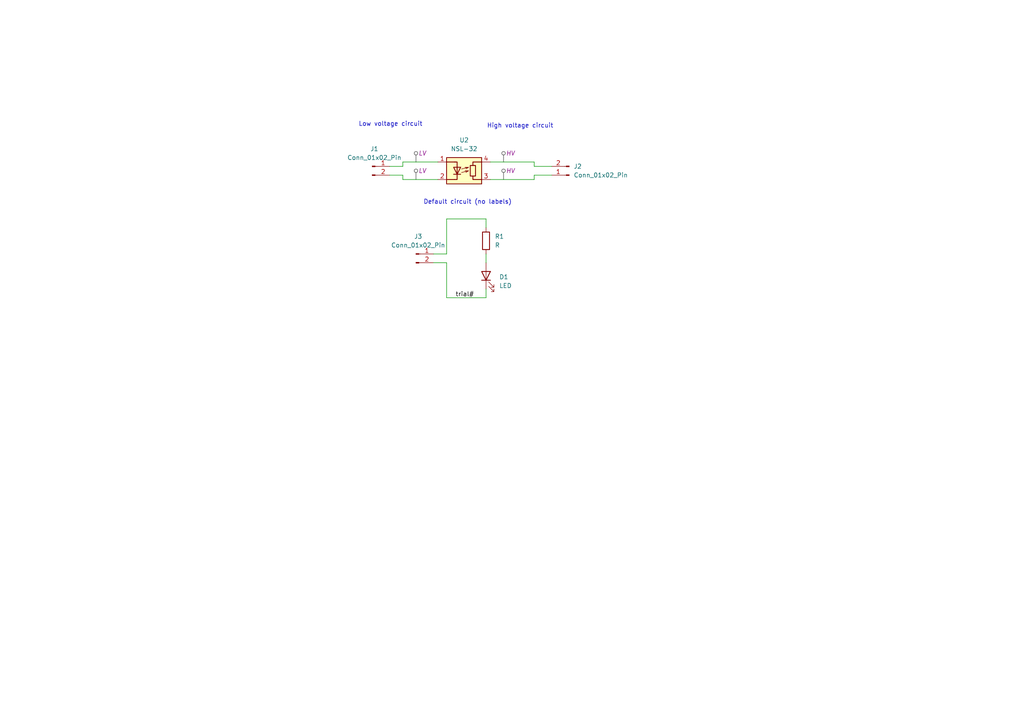
<source format=kicad_sch>
(kicad_sch (version 20231120) (generator "eeschema") (generator_version "8.0")
  (paper "A4")
  (lib_symbols
    (symbol "Connector:Conn_01x02_Pin" (pin_names (offset 1.016) hide)
      (property "Reference" "J" (at 0 2.54 0))
      (property "Value" "Conn_01x02_Pin" (at 0 -5.08 0))
      (symbol "Conn_01x02_Pin_1_1"
        (polyline (pts (xy 1.27 -2.54) (xy 0.8636 -2.54)) (stroke (width 0.1524)))
        (polyline (pts (xy 1.27 0) (xy 0.8636 0)) (stroke (width 0.1524)))
        (rectangle (start 0.8636 -2.413) (end 0 -2.667) (stroke (width 0.1524)) (fill (type outline)))
        (rectangle (start 0.8636 0.127) (end 0 -0.127) (stroke (width 0.1524)) (fill (type outline)))
        (pin passive line (at 5.08 0 180) (length 3.81) (name "Pin_1") (number "1"))
        (pin passive line (at 5.08 -2.54 180) (length 3.81) (name "Pin_2") (number "2"))
      )
    )
    (symbol "Device:LED" (pin_numbers hide) (pin_names (offset 1.016) hide)
      (property "Reference" "D" (at 0 2.54 0))
      (property "Value" "LED" (at 0 -2.54 0))
      (symbol "LED_0_1"
        (polyline (pts (xy -1.27 -1.27) (xy -1.27 1.27)) (stroke (width 0.254)))
        (polyline (pts (xy -1.27 0) (xy 1.27 0)))
        (polyline (pts (xy 1.27 -1.27) (xy 1.27 1.27) (xy -1.27 0) (xy 1.27 -1.27)) (stroke (width 0.254)))
        (polyline (pts (xy -3.048 -0.762) (xy -4.572 -2.286) (xy -3.81 -2.286) (xy -4.572 -2.286) (xy -4.572 -1.524)))
        (polyline (pts (xy -1.778 -0.762) (xy -3.302 -2.286) (xy -2.54 -2.286) (xy -3.302 -2.286) (xy -3.302 -1.524)))
      )
      (symbol "LED_1_1"
        (pin passive line (at -3.81 0 0) (length 2.54) (name "K") (number "1"))
        (pin passive line (at 3.81 0 180) (length 2.54) (name "A") (number "2"))
      )
    )
    (symbol "Device:R" (pin_numbers hide) (pin_names (offset 0))
      (property "Reference" "R" (at 2.032 0 90))
      (property "Value" "R" (at 0 0 90))
      (symbol "R_0_1"
        (rectangle (start -1.016 -2.54) (end 1.016 2.54) (stroke (width 0.254)))
      )
      (symbol "R_1_1"
        (pin passive line (at 0 3.81 270) (length 1.27) (name "~") (number "1"))
        (pin passive line (at 0 -3.81 90) (length 1.27) (name "~") (number "2"))
      )
    )
    (symbol "Isolator:NSL-32" (pin_names (offset 0.762) hide)
      (property "Reference" "U" (at 0 5.08 0))
      (property "Value" "NSL-32" (at 0 -5.08 0))
      (symbol "NSL-32_0_1"
        (rectangle (start -5.08 3.81) (end 5.08 -3.81) (stroke (width 0.254)) (fill (type background)))
        (polyline (pts (xy -5.08 2.54) (xy -2.54 2.54)) (stroke (width 0.254)))
        (polyline (pts (xy -2.794 -2.54) (xy -5.08 -2.54)) (stroke (width 0.254)))
        (polyline (pts (xy -1.016 -1.016) (xy -3.048 -1.016) (xy -3.048 -1.016)) (stroke (width 0.254)))
        (polyline (pts (xy -0.762 -0.508) (xy 1.27 0) (xy 1.27 0)))
        (polyline (pts (xy -0.762 0.508) (xy 1.27 1.016) (xy 1.27 1.016)))
        (polyline (pts (xy 2.54 -1.524) (xy 2.54 -2.54) (xy 5.08 -2.54)) (stroke (width 0.254)))
        (polyline (pts (xy 2.54 1.524) (xy 2.54 2.54) (xy 5.08 2.54)) (stroke (width 0.254)))
        (polyline (pts (xy -2.794 -2.54) (xy -2.032 -2.54) (xy -2.032 2.54) (xy -2.794 2.54)) (stroke (width 0.254)))
        (polyline (pts (xy 0.254 0) (xy 1.27 0) (xy 0.508 -0.508) (xy 0.508 -0.508)))
        (polyline (pts (xy 0.254 1.016) (xy 1.27 1.016) (xy 0.508 0.508) (xy 0.508 0.508)))
        (polyline (pts (xy -1.016 1.016) (xy -3.048 1.016) (xy -2.032 -1.016) (xy -1.016 1.016) (xy -1.016 1.016) (xy -1.016 1.016)) (stroke (width 0.254)))
        (rectangle (start 1.778 1.524) (end 3.302 -1.524) (stroke (width 0.254)))
      )
      (symbol "NSL-32_1_1"
        (pin passive line (at -7.62 2.54 0) (length 2.54) (name "A") (number "1"))
        (pin passive line (at -7.62 -2.54 0) (length 2.54) (name "K") (number "2"))
        (pin passive line (at 7.62 -2.54 180) (length 2.54) (name "R") (number "3"))
        (pin passive line (at 7.62 2.54 180) (length 2.54) (name "R") (number "4"))
      )
    )
  )
  (wire (pts (xy 116.84 48.26) (xy 113.03 48.26)))
  (wire (pts (xy 125.73 76.2) (xy 129.54 76.2)))
  (wire (pts (xy 160.02 50.8) (xy 154.94 50.8)))
  (wire (pts (xy 140.97 63.5) (xy 129.54 63.5)))
  (wire (pts (xy 129.54 63.5) (xy 129.54 73.66)))
  (wire (pts (xy 140.97 73.66) (xy 140.97 76.2)))
  (wire (pts (xy 116.84 50.8) (xy 116.84 52.07)))
  (wire (pts (xy 142.24 52.07) (xy 154.94 52.07)))
  (wire (pts (xy 116.84 52.07) (xy 127 52.07)))
  (wire (pts (xy 154.94 50.8) (xy 154.94 52.07)))
  (wire (pts (xy 116.84 46.99) (xy 116.84 48.26)))
  (wire (pts (xy 142.24 46.99) (xy 154.94 46.99)))
  (wire (pts (xy 127 46.99) (xy 116.84 46.99)))
  (wire (pts (xy 154.94 48.26) (xy 160.02 48.26)))
  (wire (pts (xy 140.97 66.04) (xy 140.97 63.5)))
  (wire (pts (xy 113.03 50.8) (xy 116.84 50.8)))
  (wire (pts (xy 129.54 73.66) (xy 125.73 73.66)))
  (wire (pts (xy 129.54 86.36) (xy 140.97 86.36)))
  (wire (pts (xy 129.54 76.2) (xy 129.54 86.36)))
  (wire (pts (xy 154.94 46.99) (xy 154.94 48.26)))
  (wire (pts (xy 140.97 86.36) (xy 140.97 83.82)))
  (text "Default circuit (no labels)" (at 135.636 58.674 0) (effects (font (size 1.27 1.27))))
  (text "High voltage circuit\n" (at 150.876 36.576 0) (effects (font (size 1.27 1.27))))
  (text "Low voltage circuit\n" (at 113.284 36.068 0) (effects (font (size 1.27 1.27))))
  (label "trial#" (at 132.08 86.36 0))
  (netclass_flag "" (length 2.54) (shape round) (at 120.65 52.07 0) (property "Netclass" "LV" (at 121.3485 49.53 0) (effects (font (italic yes)) (justify left))))
  (netclass_flag "" (length 2.54) (shape round) (at 146.05 52.07 0) (property "Netclass" "HV" (at 146.7485 49.53 0) (effects (font (italic yes)) (justify left))))
  (netclass_flag "" (length 2.54) (shape round) (at 120.65 46.99 0) (property "Netclass" "LV" (at 121.3485 44.45 0) (effects (font (italic yes)) (justify left))))
  (netclass_flag "" (length 2.54) (shape round) (at 146.05 46.99 0) (property "Netclass" "HV" (at 146.7485 44.45 0) (effects (font (italic yes)) (justify left))))
  (symbol (lib_id "Connector:Conn_01x02_Pin") (at 165.1 50.8 180) (unit 1)
    (property "Reference" "J2" (at 166.37 48.2599 0) (effects (justify right)))
    (property "Value" "Conn_01x02_Pin" (at 166.37 50.7999 0) (effects (justify right)))
    (property "Footprint" "Connector_PinHeader_1.27mm:PinHeader_1x02_P1.27mm_Horizontal" (effects (hide yes)))
    (property "Description" "Generic connector, single row, 01x02, script generated" (effects (hide yes)))
  )
  (symbol (lib_id "Device:R") (at 140.97 69.85 180) (unit 1)
    (property "Reference" "R1" (at 143.51 68.5799 0) (effects (justify right)))
    (property "Value" "R" (at 143.51 71.1199 0) (effects (justify right)))
    (property "Footprint" "Resistor_SMD:R_0603_1608Metric" (effects (hide yes)))
    (property "Description" "Resistor" (effects (hide yes)))
  )
  (symbol (lib_id "Device:LED") (at 140.97 80.01 90) (unit 1)
    (property "Reference" "D1" (at 144.78 80.3274 90) (effects (justify right)))
    (property "Value" "LED" (at 144.78 82.8674 90) (effects (justify right)))
    (property "Footprint" "LED_SMD:LED_0603_1608Metric" (effects (hide yes)))
    (property "Description" "Light emitting diode" (effects (hide yes)))
  )
  (symbol (lib_id "Connector:Conn_01x02_Pin") (at 107.95 48.26 0) (unit 1)
    (property "Reference" "J1" (at 108.585 43.18 0))
    (property "Value" "Conn_01x02_Pin" (at 108.585 45.72 0))
    (property "Footprint" "Connector_PinHeader_1.27mm:PinHeader_1x02_P1.27mm_Horizontal" (effects (hide yes)))
    (property "Description" "Generic connector, single row, 01x02, script generated" (effects (hide yes)))
  )
  (symbol (lib_id "Connector:Conn_01x02_Pin") (at 120.65 73.66 0) (unit 1)
    (property "Reference" "J3" (at 121.285 68.58 0))
    (property "Value" "Conn_01x02_Pin" (at 121.285 71.12 0))
    (property "Footprint" "Connector_PinHeader_1.27mm:PinHeader_1x02_P1.27mm_Horizontal" (effects (hide yes)))
    (property "Description" "Generic connector, single row, 01x02, script generated" (effects (hide yes)))
  )
  (symbol (lib_id "Isolator:NSL-32") (at 134.62 49.53 0) (unit 1)
    (property "Reference" "U2" (at 134.62 40.64 0))
    (property "Value" "NSL-32" (at 134.62 43.18 0))
    (property "Footprint" "OptoDevice:Luna_NSL-32" (effects (hide yes)))
    (property "Datasheet" "http://lunainc.com/wp-content/uploads/2016/06/NSL-32.pdf" (effects (hide yes)))
    (property "Description" "Optocoupler, LED Input, Photocell Output" (effects (hide yes)))
  )
)
</source>
